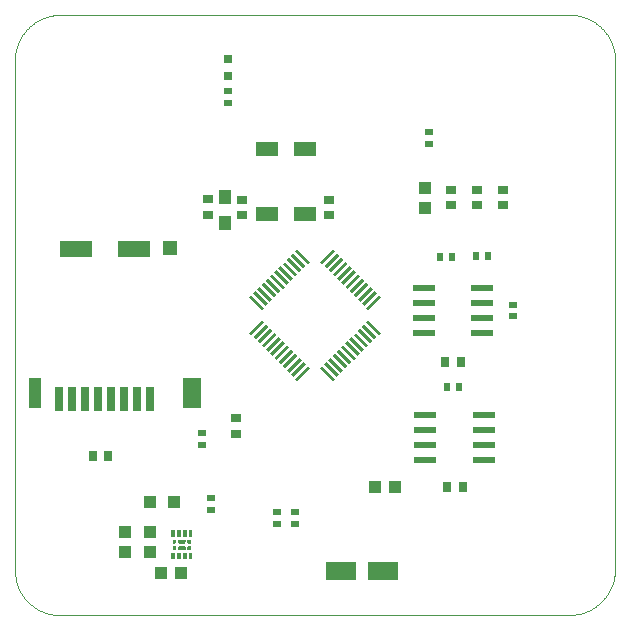
<source format=gtp>
G75*
%MOIN*%
%OFA0B0*%
%FSLAX25Y25*%
%IPPOS*%
%LPD*%
%AMOC8*
5,1,8,0,0,1.08239X$1,22.5*
%
%ADD10C,0.00000*%
%ADD11R,0.03543X0.02756*%
%ADD12R,0.03937X0.04724*%
%ADD13R,0.05906X0.01102*%
%ADD14R,0.02362X0.02756*%
%ADD15R,0.02756X0.03543*%
%ADD16R,0.02756X0.02362*%
%ADD17R,0.03150X0.03150*%
%ADD18R,0.07800X0.02200*%
%ADD19R,0.02756X0.07874*%
%ADD20R,0.03937X0.10236*%
%ADD21R,0.05906X0.10236*%
%ADD22R,0.10630X0.05512*%
%ADD23R,0.04724X0.04724*%
%ADD24R,0.07484X0.02359*%
%ADD25R,0.01000X0.02000*%
%ADD26C,0.00100*%
%ADD27R,0.04331X0.03937*%
%ADD28R,0.03937X0.04331*%
%ADD29R,0.03937X0.03937*%
%ADD30R,0.10184X0.06417*%
%ADD31R,0.07480X0.05118*%
D10*
X0015800Y0001300D02*
X0185800Y0001300D01*
X0186169Y0001298D01*
X0186537Y0001306D01*
X0186905Y0001322D01*
X0187273Y0001347D01*
X0187640Y0001381D01*
X0188006Y0001424D01*
X0188371Y0001476D01*
X0188735Y0001536D01*
X0189097Y0001605D01*
X0189457Y0001683D01*
X0189815Y0001770D01*
X0190171Y0001865D01*
X0190525Y0001969D01*
X0190876Y0002082D01*
X0191224Y0002202D01*
X0191569Y0002332D01*
X0191911Y0002469D01*
X0192250Y0002615D01*
X0192585Y0002769D01*
X0192916Y0002931D01*
X0193243Y0003101D01*
X0193566Y0003278D01*
X0193884Y0003464D01*
X0194198Y0003657D01*
X0194507Y0003858D01*
X0194811Y0004066D01*
X0195111Y0004281D01*
X0195404Y0004503D01*
X0195693Y0004733D01*
X0195975Y0004969D01*
X0196252Y0005213D01*
X0196523Y0005463D01*
X0196788Y0005719D01*
X0197047Y0005981D01*
X0197299Y0006250D01*
X0197545Y0006525D01*
X0197783Y0006806D01*
X0198015Y0007092D01*
X0198241Y0007384D01*
X0198458Y0007681D01*
X0198669Y0007984D01*
X0198872Y0008291D01*
X0199068Y0008603D01*
X0199256Y0008920D01*
X0199437Y0009242D01*
X0199610Y0009567D01*
X0199774Y0009897D01*
X0199931Y0010231D01*
X0200080Y0010568D01*
X0200220Y0010909D01*
X0200352Y0011253D01*
X0200476Y0011600D01*
X0200592Y0011950D01*
X0200699Y0012303D01*
X0200797Y0012658D01*
X0200887Y0013015D01*
X0200968Y0013375D01*
X0201040Y0013736D01*
X0201104Y0014099D01*
X0201159Y0014464D01*
X0201205Y0014829D01*
X0201242Y0015196D01*
X0201270Y0015564D01*
X0201289Y0015932D01*
X0201300Y0016300D01*
X0201300Y0186300D01*
X0201296Y0186662D01*
X0201282Y0187025D01*
X0201261Y0187387D01*
X0201230Y0187748D01*
X0201191Y0188108D01*
X0201143Y0188467D01*
X0201086Y0188825D01*
X0201021Y0189182D01*
X0200947Y0189537D01*
X0200864Y0189890D01*
X0200773Y0190241D01*
X0200674Y0190589D01*
X0200566Y0190935D01*
X0200450Y0191279D01*
X0200325Y0191619D01*
X0200193Y0191956D01*
X0200052Y0192290D01*
X0199903Y0192621D01*
X0199746Y0192948D01*
X0199582Y0193271D01*
X0199410Y0193590D01*
X0199230Y0193904D01*
X0199042Y0194215D01*
X0198847Y0194520D01*
X0198645Y0194821D01*
X0198435Y0195117D01*
X0198219Y0195407D01*
X0197995Y0195693D01*
X0197765Y0195973D01*
X0197528Y0196247D01*
X0197284Y0196515D01*
X0197034Y0196778D01*
X0196778Y0197034D01*
X0196515Y0197284D01*
X0196247Y0197528D01*
X0195973Y0197765D01*
X0195693Y0197995D01*
X0195407Y0198219D01*
X0195117Y0198435D01*
X0194821Y0198645D01*
X0194520Y0198847D01*
X0194215Y0199042D01*
X0193904Y0199230D01*
X0193590Y0199410D01*
X0193271Y0199582D01*
X0192948Y0199746D01*
X0192621Y0199903D01*
X0192290Y0200052D01*
X0191956Y0200193D01*
X0191619Y0200325D01*
X0191279Y0200450D01*
X0190935Y0200566D01*
X0190589Y0200674D01*
X0190241Y0200773D01*
X0189890Y0200864D01*
X0189537Y0200947D01*
X0189182Y0201021D01*
X0188825Y0201086D01*
X0188467Y0201143D01*
X0188108Y0201191D01*
X0187748Y0201230D01*
X0187387Y0201261D01*
X0187025Y0201282D01*
X0186662Y0201296D01*
X0186300Y0201300D01*
X0016300Y0201300D01*
X0015938Y0201296D01*
X0015575Y0201282D01*
X0015213Y0201261D01*
X0014852Y0201230D01*
X0014492Y0201191D01*
X0014133Y0201143D01*
X0013775Y0201086D01*
X0013418Y0201021D01*
X0013063Y0200947D01*
X0012710Y0200864D01*
X0012359Y0200773D01*
X0012011Y0200674D01*
X0011665Y0200566D01*
X0011321Y0200450D01*
X0010981Y0200325D01*
X0010644Y0200193D01*
X0010310Y0200052D01*
X0009979Y0199903D01*
X0009652Y0199746D01*
X0009329Y0199582D01*
X0009010Y0199410D01*
X0008696Y0199230D01*
X0008385Y0199042D01*
X0008080Y0198847D01*
X0007779Y0198645D01*
X0007483Y0198435D01*
X0007193Y0198219D01*
X0006907Y0197995D01*
X0006627Y0197765D01*
X0006353Y0197528D01*
X0006085Y0197284D01*
X0005822Y0197034D01*
X0005566Y0196778D01*
X0005316Y0196515D01*
X0005072Y0196247D01*
X0004835Y0195973D01*
X0004605Y0195693D01*
X0004381Y0195407D01*
X0004165Y0195117D01*
X0003955Y0194821D01*
X0003753Y0194520D01*
X0003558Y0194215D01*
X0003370Y0193904D01*
X0003190Y0193590D01*
X0003018Y0193271D01*
X0002854Y0192948D01*
X0002697Y0192621D01*
X0002548Y0192290D01*
X0002407Y0191956D01*
X0002275Y0191619D01*
X0002150Y0191279D01*
X0002034Y0190935D01*
X0001926Y0190589D01*
X0001827Y0190241D01*
X0001736Y0189890D01*
X0001653Y0189537D01*
X0001579Y0189182D01*
X0001514Y0188825D01*
X0001457Y0188467D01*
X0001409Y0188108D01*
X0001370Y0187748D01*
X0001339Y0187387D01*
X0001318Y0187025D01*
X0001304Y0186662D01*
X0001300Y0186300D01*
X0001300Y0016300D01*
X0001298Y0015944D01*
X0001305Y0015587D01*
X0001321Y0015231D01*
X0001345Y0014875D01*
X0001378Y0014520D01*
X0001419Y0014166D01*
X0001469Y0013813D01*
X0001527Y0013461D01*
X0001594Y0013111D01*
X0001669Y0012763D01*
X0001753Y0012416D01*
X0001845Y0012072D01*
X0001945Y0011730D01*
X0002053Y0011390D01*
X0002170Y0011053D01*
X0002295Y0010719D01*
X0002428Y0010389D01*
X0002568Y0010061D01*
X0002717Y0009737D01*
X0002873Y0009417D01*
X0003038Y0009100D01*
X0003209Y0008788D01*
X0003389Y0008480D01*
X0003575Y0008176D01*
X0003769Y0007877D01*
X0003970Y0007582D01*
X0004178Y0007293D01*
X0004393Y0007009D01*
X0004615Y0006730D01*
X0004844Y0006456D01*
X0005079Y0006188D01*
X0005320Y0005926D01*
X0005568Y0005670D01*
X0005822Y0005419D01*
X0006082Y0005175D01*
X0006348Y0004938D01*
X0006619Y0004706D01*
X0006896Y0004482D01*
X0007178Y0004264D01*
X0007465Y0004053D01*
X0007758Y0003849D01*
X0008055Y0003652D01*
X0008357Y0003463D01*
X0008663Y0003281D01*
X0008974Y0003106D01*
X0009289Y0002939D01*
X0009608Y0002779D01*
X0009930Y0002627D01*
X0010256Y0002483D01*
X0010586Y0002347D01*
X0010919Y0002219D01*
X0011254Y0002099D01*
X0011593Y0001987D01*
X0011934Y0001884D01*
X0012277Y0001789D01*
X0012623Y0001702D01*
X0012971Y0001623D01*
X0013320Y0001553D01*
X0013671Y0001491D01*
X0014024Y0001438D01*
X0014378Y0001393D01*
X0014732Y0001357D01*
X0015088Y0001329D01*
X0015444Y0001310D01*
X0015800Y0001300D01*
D11*
X0074800Y0061741D03*
X0074800Y0066859D03*
X0077100Y0134641D03*
X0077100Y0139759D03*
X0065600Y0139809D03*
X0065600Y0134691D03*
X0106000Y0134641D03*
X0106000Y0139759D03*
X0146650Y0137841D03*
X0146650Y0142959D03*
X0155300Y0142959D03*
X0155300Y0137841D03*
X0163900Y0137841D03*
X0163900Y0142959D03*
D12*
X0071350Y0140581D03*
X0071350Y0131919D03*
D13*
G36*
X0088466Y0116304D02*
X0092641Y0112129D01*
X0091862Y0111350D01*
X0087687Y0115525D01*
X0088466Y0116304D01*
G37*
G36*
X0089858Y0117696D02*
X0094033Y0113521D01*
X0093254Y0112742D01*
X0089079Y0116917D01*
X0089858Y0117696D01*
G37*
G36*
X0091250Y0119088D02*
X0095425Y0114913D01*
X0094646Y0114134D01*
X0090471Y0118309D01*
X0091250Y0119088D01*
G37*
G36*
X0092642Y0120480D02*
X0096817Y0116305D01*
X0096038Y0115526D01*
X0091863Y0119701D01*
X0092642Y0120480D01*
G37*
G36*
X0094034Y0121872D02*
X0098209Y0117697D01*
X0097430Y0116918D01*
X0093255Y0121093D01*
X0094034Y0121872D01*
G37*
G36*
X0095426Y0123264D02*
X0099601Y0119089D01*
X0098822Y0118310D01*
X0094647Y0122485D01*
X0095426Y0123264D01*
G37*
G36*
X0107953Y0122485D02*
X0103778Y0118310D01*
X0102999Y0119089D01*
X0107174Y0123264D01*
X0107953Y0122485D01*
G37*
G36*
X0109345Y0121093D02*
X0105170Y0116918D01*
X0104391Y0117697D01*
X0108566Y0121872D01*
X0109345Y0121093D01*
G37*
G36*
X0110737Y0119701D02*
X0106562Y0115526D01*
X0105783Y0116305D01*
X0109958Y0120480D01*
X0110737Y0119701D01*
G37*
G36*
X0112129Y0118309D02*
X0107954Y0114134D01*
X0107175Y0114913D01*
X0111350Y0119088D01*
X0112129Y0118309D01*
G37*
G36*
X0113521Y0116917D02*
X0109346Y0112742D01*
X0108567Y0113521D01*
X0112742Y0117696D01*
X0113521Y0116917D01*
G37*
G36*
X0114913Y0115525D02*
X0110738Y0111350D01*
X0109959Y0112129D01*
X0114134Y0116304D01*
X0114913Y0115525D01*
G37*
G36*
X0116304Y0114134D02*
X0112129Y0109959D01*
X0111350Y0110738D01*
X0115525Y0114913D01*
X0116304Y0114134D01*
G37*
G36*
X0117696Y0112742D02*
X0113521Y0108567D01*
X0112742Y0109346D01*
X0116917Y0113521D01*
X0117696Y0112742D01*
G37*
G36*
X0119088Y0111350D02*
X0114913Y0107175D01*
X0114134Y0107954D01*
X0118309Y0112129D01*
X0119088Y0111350D01*
G37*
G36*
X0120480Y0109958D02*
X0116305Y0105783D01*
X0115526Y0106562D01*
X0119701Y0110737D01*
X0120480Y0109958D01*
G37*
G36*
X0121872Y0108566D02*
X0117697Y0104391D01*
X0116918Y0105170D01*
X0121093Y0109345D01*
X0121872Y0108566D01*
G37*
G36*
X0123264Y0107174D02*
X0119089Y0102999D01*
X0118310Y0103778D01*
X0122485Y0107953D01*
X0123264Y0107174D01*
G37*
G36*
X0122485Y0094647D02*
X0118310Y0098822D01*
X0119089Y0099601D01*
X0123264Y0095426D01*
X0122485Y0094647D01*
G37*
G36*
X0121093Y0093255D02*
X0116918Y0097430D01*
X0117697Y0098209D01*
X0121872Y0094034D01*
X0121093Y0093255D01*
G37*
G36*
X0119701Y0091863D02*
X0115526Y0096038D01*
X0116305Y0096817D01*
X0120480Y0092642D01*
X0119701Y0091863D01*
G37*
G36*
X0118309Y0090471D02*
X0114134Y0094646D01*
X0114913Y0095425D01*
X0119088Y0091250D01*
X0118309Y0090471D01*
G37*
G36*
X0116917Y0089079D02*
X0112742Y0093254D01*
X0113521Y0094033D01*
X0117696Y0089858D01*
X0116917Y0089079D01*
G37*
G36*
X0115525Y0087687D02*
X0111350Y0091862D01*
X0112129Y0092641D01*
X0116304Y0088466D01*
X0115525Y0087687D01*
G37*
G36*
X0114134Y0086296D02*
X0109959Y0090471D01*
X0110738Y0091250D01*
X0114913Y0087075D01*
X0114134Y0086296D01*
G37*
G36*
X0112742Y0084904D02*
X0108567Y0089079D01*
X0109346Y0089858D01*
X0113521Y0085683D01*
X0112742Y0084904D01*
G37*
G36*
X0111350Y0083512D02*
X0107175Y0087687D01*
X0107954Y0088466D01*
X0112129Y0084291D01*
X0111350Y0083512D01*
G37*
G36*
X0109958Y0082120D02*
X0105783Y0086295D01*
X0106562Y0087074D01*
X0110737Y0082899D01*
X0109958Y0082120D01*
G37*
G36*
X0108566Y0080728D02*
X0104391Y0084903D01*
X0105170Y0085682D01*
X0109345Y0081507D01*
X0108566Y0080728D01*
G37*
G36*
X0107174Y0079336D02*
X0102999Y0083511D01*
X0103778Y0084290D01*
X0107953Y0080115D01*
X0107174Y0079336D01*
G37*
G36*
X0094647Y0080115D02*
X0098822Y0084290D01*
X0099601Y0083511D01*
X0095426Y0079336D01*
X0094647Y0080115D01*
G37*
G36*
X0093255Y0081507D02*
X0097430Y0085682D01*
X0098209Y0084903D01*
X0094034Y0080728D01*
X0093255Y0081507D01*
G37*
G36*
X0091863Y0082899D02*
X0096038Y0087074D01*
X0096817Y0086295D01*
X0092642Y0082120D01*
X0091863Y0082899D01*
G37*
G36*
X0090471Y0084291D02*
X0094646Y0088466D01*
X0095425Y0087687D01*
X0091250Y0083512D01*
X0090471Y0084291D01*
G37*
G36*
X0089079Y0085683D02*
X0093254Y0089858D01*
X0094033Y0089079D01*
X0089858Y0084904D01*
X0089079Y0085683D01*
G37*
G36*
X0087687Y0087075D02*
X0091862Y0091250D01*
X0092641Y0090471D01*
X0088466Y0086296D01*
X0087687Y0087075D01*
G37*
G36*
X0086296Y0088466D02*
X0090471Y0092641D01*
X0091250Y0091862D01*
X0087075Y0087687D01*
X0086296Y0088466D01*
G37*
G36*
X0084904Y0089858D02*
X0089079Y0094033D01*
X0089858Y0093254D01*
X0085683Y0089079D01*
X0084904Y0089858D01*
G37*
G36*
X0083512Y0091250D02*
X0087687Y0095425D01*
X0088466Y0094646D01*
X0084291Y0090471D01*
X0083512Y0091250D01*
G37*
G36*
X0082120Y0092642D02*
X0086295Y0096817D01*
X0087074Y0096038D01*
X0082899Y0091863D01*
X0082120Y0092642D01*
G37*
G36*
X0080728Y0094034D02*
X0084903Y0098209D01*
X0085682Y0097430D01*
X0081507Y0093255D01*
X0080728Y0094034D01*
G37*
G36*
X0079336Y0095426D02*
X0083511Y0099601D01*
X0084290Y0098822D01*
X0080115Y0094647D01*
X0079336Y0095426D01*
G37*
G36*
X0080115Y0107953D02*
X0084290Y0103778D01*
X0083511Y0102999D01*
X0079336Y0107174D01*
X0080115Y0107953D01*
G37*
G36*
X0081507Y0109345D02*
X0085682Y0105170D01*
X0084903Y0104391D01*
X0080728Y0108566D01*
X0081507Y0109345D01*
G37*
G36*
X0082899Y0110737D02*
X0087074Y0106562D01*
X0086295Y0105783D01*
X0082120Y0109958D01*
X0082899Y0110737D01*
G37*
G36*
X0084291Y0112129D02*
X0088466Y0107954D01*
X0087687Y0107175D01*
X0083512Y0111350D01*
X0084291Y0112129D01*
G37*
G36*
X0085683Y0113521D02*
X0089858Y0109346D01*
X0089079Y0108567D01*
X0084904Y0112742D01*
X0085683Y0113521D01*
G37*
G36*
X0087075Y0114913D02*
X0091250Y0110738D01*
X0090471Y0109959D01*
X0086296Y0114134D01*
X0087075Y0114913D01*
G37*
D14*
X0142981Y0120750D03*
X0146919Y0120750D03*
X0154931Y0120800D03*
X0158869Y0120800D03*
X0149269Y0077200D03*
X0145331Y0077200D03*
D15*
X0144741Y0085500D03*
X0149859Y0085500D03*
X0150559Y0044000D03*
X0145441Y0044000D03*
X0032459Y0054400D03*
X0027341Y0054400D03*
D16*
X0063600Y0057931D03*
X0063600Y0061869D03*
X0066700Y0040369D03*
X0066700Y0036431D03*
X0088600Y0035469D03*
X0088600Y0031531D03*
X0094500Y0031531D03*
X0094500Y0035469D03*
X0167300Y0100831D03*
X0167300Y0104769D03*
X0139300Y0158431D03*
X0139300Y0162369D03*
X0072250Y0171931D03*
X0072250Y0175869D03*
D17*
X0072250Y0180847D03*
X0072250Y0186753D03*
D18*
X0138100Y0067800D03*
X0138100Y0062800D03*
X0138100Y0057800D03*
X0138100Y0052800D03*
X0157500Y0052800D03*
X0157500Y0057800D03*
X0157500Y0062800D03*
X0157500Y0067800D03*
D19*
X0046398Y0073300D03*
X0042068Y0073300D03*
X0037737Y0073300D03*
X0033406Y0073300D03*
X0029076Y0073300D03*
X0024745Y0073300D03*
X0020414Y0073300D03*
X0016083Y0073300D03*
D20*
X0007816Y0075269D03*
D21*
X0060375Y0075269D03*
D22*
X0040887Y0123300D03*
X0021595Y0123300D03*
D23*
X0052894Y0123694D03*
D24*
X0137633Y0110300D03*
X0137633Y0105300D03*
X0137633Y0100300D03*
X0137633Y0095300D03*
X0156967Y0095300D03*
X0156967Y0100300D03*
X0156967Y0105300D03*
X0156967Y0110300D03*
D25*
X0059653Y0028590D03*
X0057684Y0028590D03*
X0055716Y0028590D03*
X0053747Y0028590D03*
X0053747Y0021110D03*
X0055716Y0021110D03*
X0057684Y0021110D03*
X0059653Y0021110D03*
D26*
X0059200Y0021101D02*
X0060106Y0021101D01*
X0060106Y0021199D02*
X0059200Y0021199D01*
X0059200Y0021298D02*
X0060106Y0021298D01*
X0060106Y0021396D02*
X0059200Y0021396D01*
X0059200Y0021495D02*
X0060106Y0021495D01*
X0060106Y0021593D02*
X0059200Y0021593D01*
X0059200Y0021692D02*
X0060106Y0021692D01*
X0060106Y0021790D02*
X0059200Y0021790D01*
X0059200Y0021889D02*
X0060106Y0021889D01*
X0060106Y0021987D02*
X0059200Y0021987D01*
X0059200Y0021996D02*
X0059200Y0020224D01*
X0060106Y0020224D01*
X0060106Y0021996D01*
X0059200Y0021996D01*
X0059200Y0021002D02*
X0060106Y0021002D01*
X0060106Y0020904D02*
X0059200Y0020904D01*
X0059200Y0020805D02*
X0060106Y0020805D01*
X0060106Y0020707D02*
X0059200Y0020707D01*
X0059200Y0020608D02*
X0060106Y0020608D01*
X0060106Y0020510D02*
X0059200Y0020510D01*
X0059200Y0020411D02*
X0060106Y0020411D01*
X0060106Y0020313D02*
X0059200Y0020313D01*
X0058137Y0020313D02*
X0057231Y0020313D01*
X0057231Y0020224D02*
X0057231Y0021996D01*
X0058137Y0021996D01*
X0058137Y0020224D01*
X0057231Y0020224D01*
X0057231Y0020411D02*
X0058137Y0020411D01*
X0058137Y0020510D02*
X0057231Y0020510D01*
X0057231Y0020608D02*
X0058137Y0020608D01*
X0058137Y0020707D02*
X0057231Y0020707D01*
X0057231Y0020805D02*
X0058137Y0020805D01*
X0058137Y0020904D02*
X0057231Y0020904D01*
X0057231Y0021002D02*
X0058137Y0021002D01*
X0058137Y0021101D02*
X0057231Y0021101D01*
X0057231Y0021199D02*
X0058137Y0021199D01*
X0058137Y0021298D02*
X0057231Y0021298D01*
X0057231Y0021396D02*
X0058137Y0021396D01*
X0058137Y0021495D02*
X0057231Y0021495D01*
X0057231Y0021593D02*
X0058137Y0021593D01*
X0058137Y0021692D02*
X0057231Y0021692D01*
X0057231Y0021790D02*
X0058137Y0021790D01*
X0058137Y0021889D02*
X0057231Y0021889D01*
X0057231Y0021987D02*
X0058137Y0021987D01*
X0057856Y0023373D02*
X0055544Y0023373D01*
X0055544Y0023900D01*
X0056100Y0024456D01*
X0057300Y0024456D01*
X0057856Y0023900D01*
X0057856Y0023373D01*
X0057856Y0023465D02*
X0055544Y0023465D01*
X0055544Y0023564D02*
X0057856Y0023564D01*
X0057856Y0023662D02*
X0055544Y0023662D01*
X0055544Y0023761D02*
X0057856Y0023761D01*
X0057856Y0023859D02*
X0055544Y0023859D01*
X0055602Y0023958D02*
X0057798Y0023958D01*
X0057700Y0024056D02*
X0055700Y0024056D01*
X0055799Y0024155D02*
X0057601Y0024155D01*
X0057503Y0024253D02*
X0055897Y0024253D01*
X0055996Y0024352D02*
X0057404Y0024352D01*
X0057306Y0024450D02*
X0056094Y0024450D01*
X0056100Y0025244D02*
X0057300Y0025244D01*
X0057856Y0025800D01*
X0057856Y0026327D01*
X0055544Y0026327D01*
X0055544Y0025800D01*
X0056100Y0025244D01*
X0056007Y0025337D02*
X0057393Y0025337D01*
X0057491Y0025435D02*
X0055909Y0025435D01*
X0055810Y0025534D02*
X0057590Y0025534D01*
X0057688Y0025632D02*
X0055712Y0025632D01*
X0055613Y0025731D02*
X0057787Y0025731D01*
X0057856Y0025829D02*
X0055544Y0025829D01*
X0055544Y0025928D02*
X0057856Y0025928D01*
X0057856Y0026026D02*
X0055544Y0026026D01*
X0055544Y0026125D02*
X0057856Y0026125D01*
X0057856Y0026223D02*
X0055544Y0026223D01*
X0055544Y0026322D02*
X0057856Y0026322D01*
X0058644Y0026322D02*
X0059555Y0026322D01*
X0059555Y0026327D02*
X0058644Y0026327D01*
X0058644Y0025800D01*
X0059200Y0025244D01*
X0059555Y0025244D01*
X0059555Y0026327D01*
X0059555Y0026223D02*
X0058644Y0026223D01*
X0058644Y0026125D02*
X0059555Y0026125D01*
X0059555Y0026026D02*
X0058644Y0026026D01*
X0058644Y0025928D02*
X0059555Y0025928D01*
X0059555Y0025829D02*
X0058644Y0025829D01*
X0058713Y0025731D02*
X0059555Y0025731D01*
X0059555Y0025632D02*
X0058812Y0025632D01*
X0058910Y0025534D02*
X0059555Y0025534D01*
X0059555Y0025435D02*
X0059009Y0025435D01*
X0059107Y0025337D02*
X0059555Y0025337D01*
X0059555Y0024456D02*
X0059200Y0024456D01*
X0058644Y0023900D01*
X0058644Y0023373D01*
X0059555Y0023373D01*
X0059555Y0024456D01*
X0059555Y0024450D02*
X0059194Y0024450D01*
X0059096Y0024352D02*
X0059555Y0024352D01*
X0059555Y0024253D02*
X0058997Y0024253D01*
X0058899Y0024155D02*
X0059555Y0024155D01*
X0059555Y0024056D02*
X0058800Y0024056D01*
X0058702Y0023958D02*
X0059555Y0023958D01*
X0059555Y0023859D02*
X0058644Y0023859D01*
X0058644Y0023761D02*
X0059555Y0023761D01*
X0059555Y0023662D02*
X0058644Y0023662D01*
X0058644Y0023564D02*
X0059555Y0023564D01*
X0059555Y0023465D02*
X0058644Y0023465D01*
X0056169Y0021996D02*
X0055263Y0021996D01*
X0055263Y0020224D01*
X0056169Y0020224D01*
X0056169Y0021996D01*
X0056169Y0021987D02*
X0055263Y0021987D01*
X0055263Y0021889D02*
X0056169Y0021889D01*
X0056169Y0021790D02*
X0055263Y0021790D01*
X0055263Y0021692D02*
X0056169Y0021692D01*
X0056169Y0021593D02*
X0055263Y0021593D01*
X0055263Y0021495D02*
X0056169Y0021495D01*
X0056169Y0021396D02*
X0055263Y0021396D01*
X0055263Y0021298D02*
X0056169Y0021298D01*
X0056169Y0021199D02*
X0055263Y0021199D01*
X0055263Y0021101D02*
X0056169Y0021101D01*
X0056169Y0021002D02*
X0055263Y0021002D01*
X0055263Y0020904D02*
X0056169Y0020904D01*
X0056169Y0020805D02*
X0055263Y0020805D01*
X0055263Y0020707D02*
X0056169Y0020707D01*
X0056169Y0020608D02*
X0055263Y0020608D01*
X0055263Y0020510D02*
X0056169Y0020510D01*
X0056169Y0020411D02*
X0055263Y0020411D01*
X0055263Y0020313D02*
X0056169Y0020313D01*
X0054200Y0020313D02*
X0053294Y0020313D01*
X0053294Y0020224D02*
X0053294Y0021996D01*
X0054200Y0021996D01*
X0054200Y0020224D01*
X0053294Y0020224D01*
X0053294Y0020411D02*
X0054200Y0020411D01*
X0054200Y0020510D02*
X0053294Y0020510D01*
X0053294Y0020608D02*
X0054200Y0020608D01*
X0054200Y0020707D02*
X0053294Y0020707D01*
X0053294Y0020805D02*
X0054200Y0020805D01*
X0054200Y0020904D02*
X0053294Y0020904D01*
X0053294Y0021002D02*
X0054200Y0021002D01*
X0054200Y0021101D02*
X0053294Y0021101D01*
X0053294Y0021199D02*
X0054200Y0021199D01*
X0054200Y0021298D02*
X0053294Y0021298D01*
X0053294Y0021396D02*
X0054200Y0021396D01*
X0054200Y0021495D02*
X0053294Y0021495D01*
X0053294Y0021593D02*
X0054200Y0021593D01*
X0054200Y0021692D02*
X0053294Y0021692D01*
X0053294Y0021790D02*
X0054200Y0021790D01*
X0054200Y0021889D02*
X0053294Y0021889D01*
X0053294Y0021987D02*
X0054200Y0021987D01*
X0053845Y0023373D02*
X0053845Y0024456D01*
X0054200Y0024456D01*
X0054756Y0023900D01*
X0054756Y0023373D01*
X0053845Y0023373D01*
X0053845Y0023465D02*
X0054756Y0023465D01*
X0054756Y0023564D02*
X0053845Y0023564D01*
X0053845Y0023662D02*
X0054756Y0023662D01*
X0054756Y0023761D02*
X0053845Y0023761D01*
X0053845Y0023859D02*
X0054756Y0023859D01*
X0054698Y0023958D02*
X0053845Y0023958D01*
X0053845Y0024056D02*
X0054600Y0024056D01*
X0054501Y0024155D02*
X0053845Y0024155D01*
X0053845Y0024253D02*
X0054403Y0024253D01*
X0054304Y0024352D02*
X0053845Y0024352D01*
X0053845Y0024450D02*
X0054206Y0024450D01*
X0054200Y0025244D02*
X0054756Y0025800D01*
X0054756Y0026327D01*
X0053845Y0026327D01*
X0053845Y0025244D01*
X0054200Y0025244D01*
X0054293Y0025337D02*
X0053845Y0025337D01*
X0053845Y0025435D02*
X0054391Y0025435D01*
X0054490Y0025534D02*
X0053845Y0025534D01*
X0053845Y0025632D02*
X0054588Y0025632D01*
X0054687Y0025731D02*
X0053845Y0025731D01*
X0053845Y0025829D02*
X0054756Y0025829D01*
X0054756Y0025928D02*
X0053845Y0025928D01*
X0053845Y0026026D02*
X0054756Y0026026D01*
X0054756Y0026125D02*
X0053845Y0026125D01*
X0053845Y0026223D02*
X0054756Y0026223D01*
X0054756Y0026322D02*
X0053845Y0026322D01*
X0054200Y0027704D02*
X0054200Y0029476D01*
X0053294Y0029476D01*
X0053294Y0027704D01*
X0054200Y0027704D01*
X0054200Y0027800D02*
X0053294Y0027800D01*
X0053294Y0027898D02*
X0054200Y0027898D01*
X0054200Y0027997D02*
X0053294Y0027997D01*
X0053294Y0028095D02*
X0054200Y0028095D01*
X0054200Y0028194D02*
X0053294Y0028194D01*
X0053294Y0028292D02*
X0054200Y0028292D01*
X0054200Y0028391D02*
X0053294Y0028391D01*
X0053294Y0028489D02*
X0054200Y0028489D01*
X0054200Y0028588D02*
X0053294Y0028588D01*
X0053294Y0028686D02*
X0054200Y0028686D01*
X0054200Y0028785D02*
X0053294Y0028785D01*
X0053294Y0028883D02*
X0054200Y0028883D01*
X0054200Y0028982D02*
X0053294Y0028982D01*
X0053294Y0029080D02*
X0054200Y0029080D01*
X0054200Y0029179D02*
X0053294Y0029179D01*
X0053294Y0029277D02*
X0054200Y0029277D01*
X0054200Y0029376D02*
X0053294Y0029376D01*
X0053294Y0029474D02*
X0054200Y0029474D01*
X0055263Y0029476D02*
X0055263Y0027704D01*
X0056169Y0027704D01*
X0056169Y0029476D01*
X0055263Y0029476D01*
X0055263Y0029474D02*
X0056169Y0029474D01*
X0056169Y0029376D02*
X0055263Y0029376D01*
X0055263Y0029277D02*
X0056169Y0029277D01*
X0056169Y0029179D02*
X0055263Y0029179D01*
X0055263Y0029080D02*
X0056169Y0029080D01*
X0056169Y0028982D02*
X0055263Y0028982D01*
X0055263Y0028883D02*
X0056169Y0028883D01*
X0056169Y0028785D02*
X0055263Y0028785D01*
X0055263Y0028686D02*
X0056169Y0028686D01*
X0056169Y0028588D02*
X0055263Y0028588D01*
X0055263Y0028489D02*
X0056169Y0028489D01*
X0056169Y0028391D02*
X0055263Y0028391D01*
X0055263Y0028292D02*
X0056169Y0028292D01*
X0056169Y0028194D02*
X0055263Y0028194D01*
X0055263Y0028095D02*
X0056169Y0028095D01*
X0056169Y0027997D02*
X0055263Y0027997D01*
X0055263Y0027898D02*
X0056169Y0027898D01*
X0056169Y0027800D02*
X0055263Y0027800D01*
X0057231Y0027800D02*
X0058137Y0027800D01*
X0058137Y0027704D02*
X0058137Y0029476D01*
X0057231Y0029476D01*
X0057231Y0027704D01*
X0058137Y0027704D01*
X0058137Y0027898D02*
X0057231Y0027898D01*
X0057231Y0027997D02*
X0058137Y0027997D01*
X0058137Y0028095D02*
X0057231Y0028095D01*
X0057231Y0028194D02*
X0058137Y0028194D01*
X0058137Y0028292D02*
X0057231Y0028292D01*
X0057231Y0028391D02*
X0058137Y0028391D01*
X0058137Y0028489D02*
X0057231Y0028489D01*
X0057231Y0028588D02*
X0058137Y0028588D01*
X0058137Y0028686D02*
X0057231Y0028686D01*
X0057231Y0028785D02*
X0058137Y0028785D01*
X0058137Y0028883D02*
X0057231Y0028883D01*
X0057231Y0028982D02*
X0058137Y0028982D01*
X0058137Y0029080D02*
X0057231Y0029080D01*
X0057231Y0029179D02*
X0058137Y0029179D01*
X0058137Y0029277D02*
X0057231Y0029277D01*
X0057231Y0029376D02*
X0058137Y0029376D01*
X0058137Y0029474D02*
X0057231Y0029474D01*
X0059200Y0029476D02*
X0059200Y0027704D01*
X0060106Y0027704D01*
X0060106Y0029476D01*
X0059200Y0029476D01*
X0059200Y0029474D02*
X0060106Y0029474D01*
X0060106Y0029376D02*
X0059200Y0029376D01*
X0059200Y0029277D02*
X0060106Y0029277D01*
X0060106Y0029179D02*
X0059200Y0029179D01*
X0059200Y0029080D02*
X0060106Y0029080D01*
X0060106Y0028982D02*
X0059200Y0028982D01*
X0059200Y0028883D02*
X0060106Y0028883D01*
X0060106Y0028785D02*
X0059200Y0028785D01*
X0059200Y0028686D02*
X0060106Y0028686D01*
X0060106Y0028588D02*
X0059200Y0028588D01*
X0059200Y0028489D02*
X0060106Y0028489D01*
X0060106Y0028391D02*
X0059200Y0028391D01*
X0059200Y0028292D02*
X0060106Y0028292D01*
X0060106Y0028194D02*
X0059200Y0028194D01*
X0059200Y0028095D02*
X0060106Y0028095D01*
X0060106Y0027997D02*
X0059200Y0027997D01*
X0059200Y0027898D02*
X0060106Y0027898D01*
X0060106Y0027800D02*
X0059200Y0027800D01*
D27*
X0056646Y0015200D03*
X0049954Y0015200D03*
X0121154Y0044100D03*
X0127846Y0044100D03*
D28*
X0046250Y0029046D03*
X0046250Y0022354D03*
X0038100Y0022254D03*
X0038100Y0028946D03*
X0137900Y0136954D03*
X0137900Y0143646D03*
D29*
X0054137Y0039100D03*
X0046263Y0039100D03*
D30*
X0110088Y0016100D03*
X0123912Y0016100D03*
D31*
X0097899Y0134973D03*
X0085301Y0134973D03*
X0085301Y0156627D03*
X0097899Y0156627D03*
M02*

</source>
